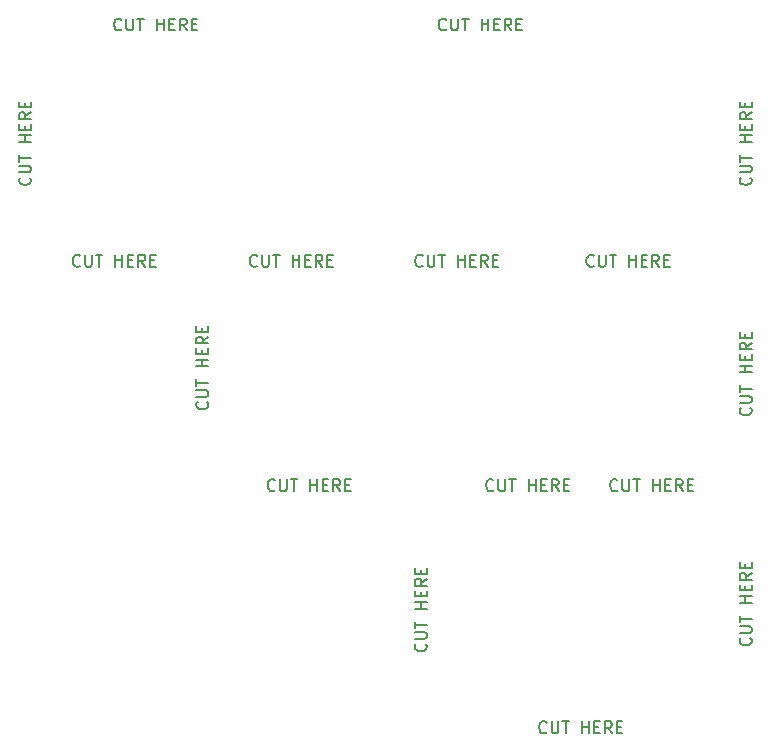
<source format=gbr>
G04 #@! TF.GenerationSoftware,KiCad,Pcbnew,(5.1.9)-1*
G04 #@! TF.CreationDate,2021-05-14T22:38:37-04:00*
G04 #@! TF.ProjectId,PanelizedDisplays,50616e65-6c69-47a6-9564-446973706c61,rev?*
G04 #@! TF.SameCoordinates,Original*
G04 #@! TF.FileFunction,Other,Comment*
%FSLAX46Y46*%
G04 Gerber Fmt 4.6, Leading zero omitted, Abs format (unit mm)*
G04 Created by KiCad (PCBNEW (5.1.9)-1) date 2021-05-14 22:38:37*
%MOMM*%
%LPD*%
G01*
G04 APERTURE LIST*
%ADD10C,0.150000*%
G04 APERTURE END LIST*
D10*
X120492238Y-145633142D02*
X120444619Y-145680761D01*
X120301761Y-145728380D01*
X120206523Y-145728380D01*
X120063666Y-145680761D01*
X119968428Y-145585523D01*
X119920809Y-145490285D01*
X119873190Y-145299809D01*
X119873190Y-145156952D01*
X119920809Y-144966476D01*
X119968428Y-144871238D01*
X120063666Y-144776000D01*
X120206523Y-144728380D01*
X120301761Y-144728380D01*
X120444619Y-144776000D01*
X120492238Y-144823619D01*
X120920809Y-144728380D02*
X120920809Y-145537904D01*
X120968428Y-145633142D01*
X121016047Y-145680761D01*
X121111285Y-145728380D01*
X121301761Y-145728380D01*
X121397000Y-145680761D01*
X121444619Y-145633142D01*
X121492238Y-145537904D01*
X121492238Y-144728380D01*
X121825571Y-144728380D02*
X122397000Y-144728380D01*
X122111285Y-145728380D02*
X122111285Y-144728380D01*
X123492238Y-145728380D02*
X123492238Y-144728380D01*
X123492238Y-145204571D02*
X124063666Y-145204571D01*
X124063666Y-145728380D02*
X124063666Y-144728380D01*
X124539857Y-145204571D02*
X124873190Y-145204571D01*
X125016047Y-145728380D02*
X124539857Y-145728380D01*
X124539857Y-144728380D01*
X125016047Y-144728380D01*
X126016047Y-145728380D02*
X125682714Y-145252190D01*
X125444619Y-145728380D02*
X125444619Y-144728380D01*
X125825571Y-144728380D01*
X125920809Y-144776000D01*
X125968428Y-144823619D01*
X126016047Y-144918857D01*
X126016047Y-145061714D01*
X125968428Y-145156952D01*
X125920809Y-145204571D01*
X125825571Y-145252190D01*
X125444619Y-145252190D01*
X126444619Y-145204571D02*
X126777952Y-145204571D01*
X126920809Y-145728380D02*
X126444619Y-145728380D01*
X126444619Y-144728380D01*
X126920809Y-144728380D01*
X110254142Y-138180761D02*
X110301761Y-138228380D01*
X110349380Y-138371238D01*
X110349380Y-138466476D01*
X110301761Y-138609333D01*
X110206523Y-138704571D01*
X110111285Y-138752190D01*
X109920809Y-138799809D01*
X109777952Y-138799809D01*
X109587476Y-138752190D01*
X109492238Y-138704571D01*
X109397000Y-138609333D01*
X109349380Y-138466476D01*
X109349380Y-138371238D01*
X109397000Y-138228380D01*
X109444619Y-138180761D01*
X109349380Y-137752190D02*
X110158904Y-137752190D01*
X110254142Y-137704571D01*
X110301761Y-137656952D01*
X110349380Y-137561714D01*
X110349380Y-137371238D01*
X110301761Y-137276000D01*
X110254142Y-137228380D01*
X110158904Y-137180761D01*
X109349380Y-137180761D01*
X109349380Y-136847428D02*
X109349380Y-136276000D01*
X110349380Y-136561714D02*
X109349380Y-136561714D01*
X110349380Y-135180761D02*
X109349380Y-135180761D01*
X109825571Y-135180761D02*
X109825571Y-134609333D01*
X110349380Y-134609333D02*
X109349380Y-134609333D01*
X109825571Y-134133142D02*
X109825571Y-133799809D01*
X110349380Y-133656952D02*
X110349380Y-134133142D01*
X109349380Y-134133142D01*
X109349380Y-133656952D01*
X110349380Y-132656952D02*
X109873190Y-132990285D01*
X110349380Y-133228380D02*
X109349380Y-133228380D01*
X109349380Y-132847428D01*
X109397000Y-132752190D01*
X109444619Y-132704571D01*
X109539857Y-132656952D01*
X109682714Y-132656952D01*
X109777952Y-132704571D01*
X109825571Y-132752190D01*
X109873190Y-132847428D01*
X109873190Y-133228380D01*
X109825571Y-132228380D02*
X109825571Y-131895047D01*
X110349380Y-131752190D02*
X110349380Y-132228380D01*
X109349380Y-132228380D01*
X109349380Y-131752190D01*
X137754142Y-137680761D02*
X137801761Y-137728380D01*
X137849380Y-137871238D01*
X137849380Y-137966476D01*
X137801761Y-138109333D01*
X137706523Y-138204571D01*
X137611285Y-138252190D01*
X137420809Y-138299809D01*
X137277952Y-138299809D01*
X137087476Y-138252190D01*
X136992238Y-138204571D01*
X136897000Y-138109333D01*
X136849380Y-137966476D01*
X136849380Y-137871238D01*
X136897000Y-137728380D01*
X136944619Y-137680761D01*
X136849380Y-137252190D02*
X137658904Y-137252190D01*
X137754142Y-137204571D01*
X137801761Y-137156952D01*
X137849380Y-137061714D01*
X137849380Y-136871238D01*
X137801761Y-136776000D01*
X137754142Y-136728380D01*
X137658904Y-136680761D01*
X136849380Y-136680761D01*
X136849380Y-136347428D02*
X136849380Y-135776000D01*
X137849380Y-136061714D02*
X136849380Y-136061714D01*
X137849380Y-134680761D02*
X136849380Y-134680761D01*
X137325571Y-134680761D02*
X137325571Y-134109333D01*
X137849380Y-134109333D02*
X136849380Y-134109333D01*
X137325571Y-133633142D02*
X137325571Y-133299809D01*
X137849380Y-133156952D02*
X137849380Y-133633142D01*
X136849380Y-133633142D01*
X136849380Y-133156952D01*
X137849380Y-132156952D02*
X137373190Y-132490285D01*
X137849380Y-132728380D02*
X136849380Y-132728380D01*
X136849380Y-132347428D01*
X136897000Y-132252190D01*
X136944619Y-132204571D01*
X137039857Y-132156952D01*
X137182714Y-132156952D01*
X137277952Y-132204571D01*
X137325571Y-132252190D01*
X137373190Y-132347428D01*
X137373190Y-132728380D01*
X137325571Y-131728380D02*
X137325571Y-131395047D01*
X137849380Y-131252190D02*
X137849380Y-131728380D01*
X136849380Y-131728380D01*
X136849380Y-131252190D01*
X126492238Y-125133142D02*
X126444619Y-125180761D01*
X126301761Y-125228380D01*
X126206523Y-125228380D01*
X126063666Y-125180761D01*
X125968428Y-125085523D01*
X125920809Y-124990285D01*
X125873190Y-124799809D01*
X125873190Y-124656952D01*
X125920809Y-124466476D01*
X125968428Y-124371238D01*
X126063666Y-124276000D01*
X126206523Y-124228380D01*
X126301761Y-124228380D01*
X126444619Y-124276000D01*
X126492238Y-124323619D01*
X126920809Y-124228380D02*
X126920809Y-125037904D01*
X126968428Y-125133142D01*
X127016047Y-125180761D01*
X127111285Y-125228380D01*
X127301761Y-125228380D01*
X127397000Y-125180761D01*
X127444619Y-125133142D01*
X127492238Y-125037904D01*
X127492238Y-124228380D01*
X127825571Y-124228380D02*
X128397000Y-124228380D01*
X128111285Y-125228380D02*
X128111285Y-124228380D01*
X129492238Y-125228380D02*
X129492238Y-124228380D01*
X129492238Y-124704571D02*
X130063666Y-124704571D01*
X130063666Y-125228380D02*
X130063666Y-124228380D01*
X130539857Y-124704571D02*
X130873190Y-124704571D01*
X131016047Y-125228380D02*
X130539857Y-125228380D01*
X130539857Y-124228380D01*
X131016047Y-124228380D01*
X132016047Y-125228380D02*
X131682714Y-124752190D01*
X131444619Y-125228380D02*
X131444619Y-124228380D01*
X131825571Y-124228380D01*
X131920809Y-124276000D01*
X131968428Y-124323619D01*
X132016047Y-124418857D01*
X132016047Y-124561714D01*
X131968428Y-124656952D01*
X131920809Y-124704571D01*
X131825571Y-124752190D01*
X131444619Y-124752190D01*
X132444619Y-124704571D02*
X132777952Y-124704571D01*
X132920809Y-125228380D02*
X132444619Y-125228380D01*
X132444619Y-124228380D01*
X132920809Y-124228380D01*
X115992238Y-125133142D02*
X115944619Y-125180761D01*
X115801761Y-125228380D01*
X115706523Y-125228380D01*
X115563666Y-125180761D01*
X115468428Y-125085523D01*
X115420809Y-124990285D01*
X115373190Y-124799809D01*
X115373190Y-124656952D01*
X115420809Y-124466476D01*
X115468428Y-124371238D01*
X115563666Y-124276000D01*
X115706523Y-124228380D01*
X115801761Y-124228380D01*
X115944619Y-124276000D01*
X115992238Y-124323619D01*
X116420809Y-124228380D02*
X116420809Y-125037904D01*
X116468428Y-125133142D01*
X116516047Y-125180761D01*
X116611285Y-125228380D01*
X116801761Y-125228380D01*
X116897000Y-125180761D01*
X116944619Y-125133142D01*
X116992238Y-125037904D01*
X116992238Y-124228380D01*
X117325571Y-124228380D02*
X117897000Y-124228380D01*
X117611285Y-125228380D02*
X117611285Y-124228380D01*
X118992238Y-125228380D02*
X118992238Y-124228380D01*
X118992238Y-124704571D02*
X119563666Y-124704571D01*
X119563666Y-125228380D02*
X119563666Y-124228380D01*
X120039857Y-124704571D02*
X120373190Y-124704571D01*
X120516047Y-125228380D02*
X120039857Y-125228380D01*
X120039857Y-124228380D01*
X120516047Y-124228380D01*
X121516047Y-125228380D02*
X121182714Y-124752190D01*
X120944619Y-125228380D02*
X120944619Y-124228380D01*
X121325571Y-124228380D01*
X121420809Y-124276000D01*
X121468428Y-124323619D01*
X121516047Y-124418857D01*
X121516047Y-124561714D01*
X121468428Y-124656952D01*
X121420809Y-124704571D01*
X121325571Y-124752190D01*
X120944619Y-124752190D01*
X121944619Y-124704571D02*
X122277952Y-124704571D01*
X122420809Y-125228380D02*
X121944619Y-125228380D01*
X121944619Y-124228380D01*
X122420809Y-124228380D01*
X97492238Y-125133142D02*
X97444619Y-125180761D01*
X97301761Y-125228380D01*
X97206523Y-125228380D01*
X97063666Y-125180761D01*
X96968428Y-125085523D01*
X96920809Y-124990285D01*
X96873190Y-124799809D01*
X96873190Y-124656952D01*
X96920809Y-124466476D01*
X96968428Y-124371238D01*
X97063666Y-124276000D01*
X97206523Y-124228380D01*
X97301761Y-124228380D01*
X97444619Y-124276000D01*
X97492238Y-124323619D01*
X97920809Y-124228380D02*
X97920809Y-125037904D01*
X97968428Y-125133142D01*
X98016047Y-125180761D01*
X98111285Y-125228380D01*
X98301761Y-125228380D01*
X98397000Y-125180761D01*
X98444619Y-125133142D01*
X98492238Y-125037904D01*
X98492238Y-124228380D01*
X98825571Y-124228380D02*
X99397000Y-124228380D01*
X99111285Y-125228380D02*
X99111285Y-124228380D01*
X100492238Y-125228380D02*
X100492238Y-124228380D01*
X100492238Y-124704571D02*
X101063666Y-124704571D01*
X101063666Y-125228380D02*
X101063666Y-124228380D01*
X101539857Y-124704571D02*
X101873190Y-124704571D01*
X102016047Y-125228380D02*
X101539857Y-125228380D01*
X101539857Y-124228380D01*
X102016047Y-124228380D01*
X103016047Y-125228380D02*
X102682714Y-124752190D01*
X102444619Y-125228380D02*
X102444619Y-124228380D01*
X102825571Y-124228380D01*
X102920809Y-124276000D01*
X102968428Y-124323619D01*
X103016047Y-124418857D01*
X103016047Y-124561714D01*
X102968428Y-124656952D01*
X102920809Y-124704571D01*
X102825571Y-124752190D01*
X102444619Y-124752190D01*
X103444619Y-124704571D02*
X103777952Y-124704571D01*
X103920809Y-125228380D02*
X103444619Y-125228380D01*
X103444619Y-124228380D01*
X103920809Y-124228380D01*
X91754142Y-117680761D02*
X91801761Y-117728380D01*
X91849380Y-117871238D01*
X91849380Y-117966476D01*
X91801761Y-118109333D01*
X91706523Y-118204571D01*
X91611285Y-118252190D01*
X91420809Y-118299809D01*
X91277952Y-118299809D01*
X91087476Y-118252190D01*
X90992238Y-118204571D01*
X90897000Y-118109333D01*
X90849380Y-117966476D01*
X90849380Y-117871238D01*
X90897000Y-117728380D01*
X90944619Y-117680761D01*
X90849380Y-117252190D02*
X91658904Y-117252190D01*
X91754142Y-117204571D01*
X91801761Y-117156952D01*
X91849380Y-117061714D01*
X91849380Y-116871238D01*
X91801761Y-116776000D01*
X91754142Y-116728380D01*
X91658904Y-116680761D01*
X90849380Y-116680761D01*
X90849380Y-116347428D02*
X90849380Y-115776000D01*
X91849380Y-116061714D02*
X90849380Y-116061714D01*
X91849380Y-114680761D02*
X90849380Y-114680761D01*
X91325571Y-114680761D02*
X91325571Y-114109333D01*
X91849380Y-114109333D02*
X90849380Y-114109333D01*
X91325571Y-113633142D02*
X91325571Y-113299809D01*
X91849380Y-113156952D02*
X91849380Y-113633142D01*
X90849380Y-113633142D01*
X90849380Y-113156952D01*
X91849380Y-112156952D02*
X91373190Y-112490285D01*
X91849380Y-112728380D02*
X90849380Y-112728380D01*
X90849380Y-112347428D01*
X90897000Y-112252190D01*
X90944619Y-112204571D01*
X91039857Y-112156952D01*
X91182714Y-112156952D01*
X91277952Y-112204571D01*
X91325571Y-112252190D01*
X91373190Y-112347428D01*
X91373190Y-112728380D01*
X91325571Y-111728380D02*
X91325571Y-111395047D01*
X91849380Y-111252190D02*
X91849380Y-111728380D01*
X90849380Y-111728380D01*
X90849380Y-111252190D01*
X137754142Y-118180761D02*
X137801761Y-118228380D01*
X137849380Y-118371238D01*
X137849380Y-118466476D01*
X137801761Y-118609333D01*
X137706523Y-118704571D01*
X137611285Y-118752190D01*
X137420809Y-118799809D01*
X137277952Y-118799809D01*
X137087476Y-118752190D01*
X136992238Y-118704571D01*
X136897000Y-118609333D01*
X136849380Y-118466476D01*
X136849380Y-118371238D01*
X136897000Y-118228380D01*
X136944619Y-118180761D01*
X136849380Y-117752190D02*
X137658904Y-117752190D01*
X137754142Y-117704571D01*
X137801761Y-117656952D01*
X137849380Y-117561714D01*
X137849380Y-117371238D01*
X137801761Y-117276000D01*
X137754142Y-117228380D01*
X137658904Y-117180761D01*
X136849380Y-117180761D01*
X136849380Y-116847428D02*
X136849380Y-116276000D01*
X137849380Y-116561714D02*
X136849380Y-116561714D01*
X137849380Y-115180761D02*
X136849380Y-115180761D01*
X137325571Y-115180761D02*
X137325571Y-114609333D01*
X137849380Y-114609333D02*
X136849380Y-114609333D01*
X137325571Y-114133142D02*
X137325571Y-113799809D01*
X137849380Y-113656952D02*
X137849380Y-114133142D01*
X136849380Y-114133142D01*
X136849380Y-113656952D01*
X137849380Y-112656952D02*
X137373190Y-112990285D01*
X137849380Y-113228380D02*
X136849380Y-113228380D01*
X136849380Y-112847428D01*
X136897000Y-112752190D01*
X136944619Y-112704571D01*
X137039857Y-112656952D01*
X137182714Y-112656952D01*
X137277952Y-112704571D01*
X137325571Y-112752190D01*
X137373190Y-112847428D01*
X137373190Y-113228380D01*
X137325571Y-112228380D02*
X137325571Y-111895047D01*
X137849380Y-111752190D02*
X137849380Y-112228380D01*
X136849380Y-112228380D01*
X136849380Y-111752190D01*
X76754142Y-98680761D02*
X76801761Y-98728380D01*
X76849380Y-98871238D01*
X76849380Y-98966476D01*
X76801761Y-99109333D01*
X76706523Y-99204571D01*
X76611285Y-99252190D01*
X76420809Y-99299809D01*
X76277952Y-99299809D01*
X76087476Y-99252190D01*
X75992238Y-99204571D01*
X75897000Y-99109333D01*
X75849380Y-98966476D01*
X75849380Y-98871238D01*
X75897000Y-98728380D01*
X75944619Y-98680761D01*
X75849380Y-98252190D02*
X76658904Y-98252190D01*
X76754142Y-98204571D01*
X76801761Y-98156952D01*
X76849380Y-98061714D01*
X76849380Y-97871238D01*
X76801761Y-97776000D01*
X76754142Y-97728380D01*
X76658904Y-97680761D01*
X75849380Y-97680761D01*
X75849380Y-97347428D02*
X75849380Y-96776000D01*
X76849380Y-97061714D02*
X75849380Y-97061714D01*
X76849380Y-95680761D02*
X75849380Y-95680761D01*
X76325571Y-95680761D02*
X76325571Y-95109333D01*
X76849380Y-95109333D02*
X75849380Y-95109333D01*
X76325571Y-94633142D02*
X76325571Y-94299809D01*
X76849380Y-94156952D02*
X76849380Y-94633142D01*
X75849380Y-94633142D01*
X75849380Y-94156952D01*
X76849380Y-93156952D02*
X76373190Y-93490285D01*
X76849380Y-93728380D02*
X75849380Y-93728380D01*
X75849380Y-93347428D01*
X75897000Y-93252190D01*
X75944619Y-93204571D01*
X76039857Y-93156952D01*
X76182714Y-93156952D01*
X76277952Y-93204571D01*
X76325571Y-93252190D01*
X76373190Y-93347428D01*
X76373190Y-93728380D01*
X76325571Y-92728380D02*
X76325571Y-92395047D01*
X76849380Y-92252190D02*
X76849380Y-92728380D01*
X75849380Y-92728380D01*
X75849380Y-92252190D01*
X80992238Y-106133142D02*
X80944619Y-106180761D01*
X80801761Y-106228380D01*
X80706523Y-106228380D01*
X80563666Y-106180761D01*
X80468428Y-106085523D01*
X80420809Y-105990285D01*
X80373190Y-105799809D01*
X80373190Y-105656952D01*
X80420809Y-105466476D01*
X80468428Y-105371238D01*
X80563666Y-105276000D01*
X80706523Y-105228380D01*
X80801761Y-105228380D01*
X80944619Y-105276000D01*
X80992238Y-105323619D01*
X81420809Y-105228380D02*
X81420809Y-106037904D01*
X81468428Y-106133142D01*
X81516047Y-106180761D01*
X81611285Y-106228380D01*
X81801761Y-106228380D01*
X81897000Y-106180761D01*
X81944619Y-106133142D01*
X81992238Y-106037904D01*
X81992238Y-105228380D01*
X82325571Y-105228380D02*
X82897000Y-105228380D01*
X82611285Y-106228380D02*
X82611285Y-105228380D01*
X83992238Y-106228380D02*
X83992238Y-105228380D01*
X83992238Y-105704571D02*
X84563666Y-105704571D01*
X84563666Y-106228380D02*
X84563666Y-105228380D01*
X85039857Y-105704571D02*
X85373190Y-105704571D01*
X85516047Y-106228380D02*
X85039857Y-106228380D01*
X85039857Y-105228380D01*
X85516047Y-105228380D01*
X86516047Y-106228380D02*
X86182714Y-105752190D01*
X85944619Y-106228380D02*
X85944619Y-105228380D01*
X86325571Y-105228380D01*
X86420809Y-105276000D01*
X86468428Y-105323619D01*
X86516047Y-105418857D01*
X86516047Y-105561714D01*
X86468428Y-105656952D01*
X86420809Y-105704571D01*
X86325571Y-105752190D01*
X85944619Y-105752190D01*
X86944619Y-105704571D02*
X87277952Y-105704571D01*
X87420809Y-106228380D02*
X86944619Y-106228380D01*
X86944619Y-105228380D01*
X87420809Y-105228380D01*
X95992238Y-106133142D02*
X95944619Y-106180761D01*
X95801761Y-106228380D01*
X95706523Y-106228380D01*
X95563666Y-106180761D01*
X95468428Y-106085523D01*
X95420809Y-105990285D01*
X95373190Y-105799809D01*
X95373190Y-105656952D01*
X95420809Y-105466476D01*
X95468428Y-105371238D01*
X95563666Y-105276000D01*
X95706523Y-105228380D01*
X95801761Y-105228380D01*
X95944619Y-105276000D01*
X95992238Y-105323619D01*
X96420809Y-105228380D02*
X96420809Y-106037904D01*
X96468428Y-106133142D01*
X96516047Y-106180761D01*
X96611285Y-106228380D01*
X96801761Y-106228380D01*
X96897000Y-106180761D01*
X96944619Y-106133142D01*
X96992238Y-106037904D01*
X96992238Y-105228380D01*
X97325571Y-105228380D02*
X97897000Y-105228380D01*
X97611285Y-106228380D02*
X97611285Y-105228380D01*
X98992238Y-106228380D02*
X98992238Y-105228380D01*
X98992238Y-105704571D02*
X99563666Y-105704571D01*
X99563666Y-106228380D02*
X99563666Y-105228380D01*
X100039857Y-105704571D02*
X100373190Y-105704571D01*
X100516047Y-106228380D02*
X100039857Y-106228380D01*
X100039857Y-105228380D01*
X100516047Y-105228380D01*
X101516047Y-106228380D02*
X101182714Y-105752190D01*
X100944619Y-106228380D02*
X100944619Y-105228380D01*
X101325571Y-105228380D01*
X101420809Y-105276000D01*
X101468428Y-105323619D01*
X101516047Y-105418857D01*
X101516047Y-105561714D01*
X101468428Y-105656952D01*
X101420809Y-105704571D01*
X101325571Y-105752190D01*
X100944619Y-105752190D01*
X101944619Y-105704571D02*
X102277952Y-105704571D01*
X102420809Y-106228380D02*
X101944619Y-106228380D01*
X101944619Y-105228380D01*
X102420809Y-105228380D01*
X109992238Y-106133142D02*
X109944619Y-106180761D01*
X109801761Y-106228380D01*
X109706523Y-106228380D01*
X109563666Y-106180761D01*
X109468428Y-106085523D01*
X109420809Y-105990285D01*
X109373190Y-105799809D01*
X109373190Y-105656952D01*
X109420809Y-105466476D01*
X109468428Y-105371238D01*
X109563666Y-105276000D01*
X109706523Y-105228380D01*
X109801761Y-105228380D01*
X109944619Y-105276000D01*
X109992238Y-105323619D01*
X110420809Y-105228380D02*
X110420809Y-106037904D01*
X110468428Y-106133142D01*
X110516047Y-106180761D01*
X110611285Y-106228380D01*
X110801761Y-106228380D01*
X110897000Y-106180761D01*
X110944619Y-106133142D01*
X110992238Y-106037904D01*
X110992238Y-105228380D01*
X111325571Y-105228380D02*
X111897000Y-105228380D01*
X111611285Y-106228380D02*
X111611285Y-105228380D01*
X112992238Y-106228380D02*
X112992238Y-105228380D01*
X112992238Y-105704571D02*
X113563666Y-105704571D01*
X113563666Y-106228380D02*
X113563666Y-105228380D01*
X114039857Y-105704571D02*
X114373190Y-105704571D01*
X114516047Y-106228380D02*
X114039857Y-106228380D01*
X114039857Y-105228380D01*
X114516047Y-105228380D01*
X115516047Y-106228380D02*
X115182714Y-105752190D01*
X114944619Y-106228380D02*
X114944619Y-105228380D01*
X115325571Y-105228380D01*
X115420809Y-105276000D01*
X115468428Y-105323619D01*
X115516047Y-105418857D01*
X115516047Y-105561714D01*
X115468428Y-105656952D01*
X115420809Y-105704571D01*
X115325571Y-105752190D01*
X114944619Y-105752190D01*
X115944619Y-105704571D02*
X116277952Y-105704571D01*
X116420809Y-106228380D02*
X115944619Y-106228380D01*
X115944619Y-105228380D01*
X116420809Y-105228380D01*
X124492238Y-106133142D02*
X124444619Y-106180761D01*
X124301761Y-106228380D01*
X124206523Y-106228380D01*
X124063666Y-106180761D01*
X123968428Y-106085523D01*
X123920809Y-105990285D01*
X123873190Y-105799809D01*
X123873190Y-105656952D01*
X123920809Y-105466476D01*
X123968428Y-105371238D01*
X124063666Y-105276000D01*
X124206523Y-105228380D01*
X124301761Y-105228380D01*
X124444619Y-105276000D01*
X124492238Y-105323619D01*
X124920809Y-105228380D02*
X124920809Y-106037904D01*
X124968428Y-106133142D01*
X125016047Y-106180761D01*
X125111285Y-106228380D01*
X125301761Y-106228380D01*
X125397000Y-106180761D01*
X125444619Y-106133142D01*
X125492238Y-106037904D01*
X125492238Y-105228380D01*
X125825571Y-105228380D02*
X126397000Y-105228380D01*
X126111285Y-106228380D02*
X126111285Y-105228380D01*
X127492238Y-106228380D02*
X127492238Y-105228380D01*
X127492238Y-105704571D02*
X128063666Y-105704571D01*
X128063666Y-106228380D02*
X128063666Y-105228380D01*
X128539857Y-105704571D02*
X128873190Y-105704571D01*
X129016047Y-106228380D02*
X128539857Y-106228380D01*
X128539857Y-105228380D01*
X129016047Y-105228380D01*
X130016047Y-106228380D02*
X129682714Y-105752190D01*
X129444619Y-106228380D02*
X129444619Y-105228380D01*
X129825571Y-105228380D01*
X129920809Y-105276000D01*
X129968428Y-105323619D01*
X130016047Y-105418857D01*
X130016047Y-105561714D01*
X129968428Y-105656952D01*
X129920809Y-105704571D01*
X129825571Y-105752190D01*
X129444619Y-105752190D01*
X130444619Y-105704571D02*
X130777952Y-105704571D01*
X130920809Y-106228380D02*
X130444619Y-106228380D01*
X130444619Y-105228380D01*
X130920809Y-105228380D01*
X137754142Y-98680761D02*
X137801761Y-98728380D01*
X137849380Y-98871238D01*
X137849380Y-98966476D01*
X137801761Y-99109333D01*
X137706523Y-99204571D01*
X137611285Y-99252190D01*
X137420809Y-99299809D01*
X137277952Y-99299809D01*
X137087476Y-99252190D01*
X136992238Y-99204571D01*
X136897000Y-99109333D01*
X136849380Y-98966476D01*
X136849380Y-98871238D01*
X136897000Y-98728380D01*
X136944619Y-98680761D01*
X136849380Y-98252190D02*
X137658904Y-98252190D01*
X137754142Y-98204571D01*
X137801761Y-98156952D01*
X137849380Y-98061714D01*
X137849380Y-97871238D01*
X137801761Y-97776000D01*
X137754142Y-97728380D01*
X137658904Y-97680761D01*
X136849380Y-97680761D01*
X136849380Y-97347428D02*
X136849380Y-96776000D01*
X137849380Y-97061714D02*
X136849380Y-97061714D01*
X137849380Y-95680761D02*
X136849380Y-95680761D01*
X137325571Y-95680761D02*
X137325571Y-95109333D01*
X137849380Y-95109333D02*
X136849380Y-95109333D01*
X137325571Y-94633142D02*
X137325571Y-94299809D01*
X137849380Y-94156952D02*
X137849380Y-94633142D01*
X136849380Y-94633142D01*
X136849380Y-94156952D01*
X137849380Y-93156952D02*
X137373190Y-93490285D01*
X137849380Y-93728380D02*
X136849380Y-93728380D01*
X136849380Y-93347428D01*
X136897000Y-93252190D01*
X136944619Y-93204571D01*
X137039857Y-93156952D01*
X137182714Y-93156952D01*
X137277952Y-93204571D01*
X137325571Y-93252190D01*
X137373190Y-93347428D01*
X137373190Y-93728380D01*
X137325571Y-92728380D02*
X137325571Y-92395047D01*
X137849380Y-92252190D02*
X137849380Y-92728380D01*
X136849380Y-92728380D01*
X136849380Y-92252190D01*
X111992238Y-86133142D02*
X111944619Y-86180761D01*
X111801761Y-86228380D01*
X111706523Y-86228380D01*
X111563666Y-86180761D01*
X111468428Y-86085523D01*
X111420809Y-85990285D01*
X111373190Y-85799809D01*
X111373190Y-85656952D01*
X111420809Y-85466476D01*
X111468428Y-85371238D01*
X111563666Y-85276000D01*
X111706523Y-85228380D01*
X111801761Y-85228380D01*
X111944619Y-85276000D01*
X111992238Y-85323619D01*
X112420809Y-85228380D02*
X112420809Y-86037904D01*
X112468428Y-86133142D01*
X112516047Y-86180761D01*
X112611285Y-86228380D01*
X112801761Y-86228380D01*
X112897000Y-86180761D01*
X112944619Y-86133142D01*
X112992238Y-86037904D01*
X112992238Y-85228380D01*
X113325571Y-85228380D02*
X113897000Y-85228380D01*
X113611285Y-86228380D02*
X113611285Y-85228380D01*
X114992238Y-86228380D02*
X114992238Y-85228380D01*
X114992238Y-85704571D02*
X115563666Y-85704571D01*
X115563666Y-86228380D02*
X115563666Y-85228380D01*
X116039857Y-85704571D02*
X116373190Y-85704571D01*
X116516047Y-86228380D02*
X116039857Y-86228380D01*
X116039857Y-85228380D01*
X116516047Y-85228380D01*
X117516047Y-86228380D02*
X117182714Y-85752190D01*
X116944619Y-86228380D02*
X116944619Y-85228380D01*
X117325571Y-85228380D01*
X117420809Y-85276000D01*
X117468428Y-85323619D01*
X117516047Y-85418857D01*
X117516047Y-85561714D01*
X117468428Y-85656952D01*
X117420809Y-85704571D01*
X117325571Y-85752190D01*
X116944619Y-85752190D01*
X117944619Y-85704571D02*
X118277952Y-85704571D01*
X118420809Y-86228380D02*
X117944619Y-86228380D01*
X117944619Y-85228380D01*
X118420809Y-85228380D01*
X84492238Y-86133142D02*
X84444619Y-86180761D01*
X84301761Y-86228380D01*
X84206523Y-86228380D01*
X84063666Y-86180761D01*
X83968428Y-86085523D01*
X83920809Y-85990285D01*
X83873190Y-85799809D01*
X83873190Y-85656952D01*
X83920809Y-85466476D01*
X83968428Y-85371238D01*
X84063666Y-85276000D01*
X84206523Y-85228380D01*
X84301761Y-85228380D01*
X84444619Y-85276000D01*
X84492238Y-85323619D01*
X84920809Y-85228380D02*
X84920809Y-86037904D01*
X84968428Y-86133142D01*
X85016047Y-86180761D01*
X85111285Y-86228380D01*
X85301761Y-86228380D01*
X85397000Y-86180761D01*
X85444619Y-86133142D01*
X85492238Y-86037904D01*
X85492238Y-85228380D01*
X85825571Y-85228380D02*
X86397000Y-85228380D01*
X86111285Y-86228380D02*
X86111285Y-85228380D01*
X87492238Y-86228380D02*
X87492238Y-85228380D01*
X87492238Y-85704571D02*
X88063666Y-85704571D01*
X88063666Y-86228380D02*
X88063666Y-85228380D01*
X88539857Y-85704571D02*
X88873190Y-85704571D01*
X89016047Y-86228380D02*
X88539857Y-86228380D01*
X88539857Y-85228380D01*
X89016047Y-85228380D01*
X90016047Y-86228380D02*
X89682714Y-85752190D01*
X89444619Y-86228380D02*
X89444619Y-85228380D01*
X89825571Y-85228380D01*
X89920809Y-85276000D01*
X89968428Y-85323619D01*
X90016047Y-85418857D01*
X90016047Y-85561714D01*
X89968428Y-85656952D01*
X89920809Y-85704571D01*
X89825571Y-85752190D01*
X89444619Y-85752190D01*
X90444619Y-85704571D02*
X90777952Y-85704571D01*
X90920809Y-86228380D02*
X90444619Y-86228380D01*
X90444619Y-85228380D01*
X90920809Y-85228380D01*
M02*

</source>
